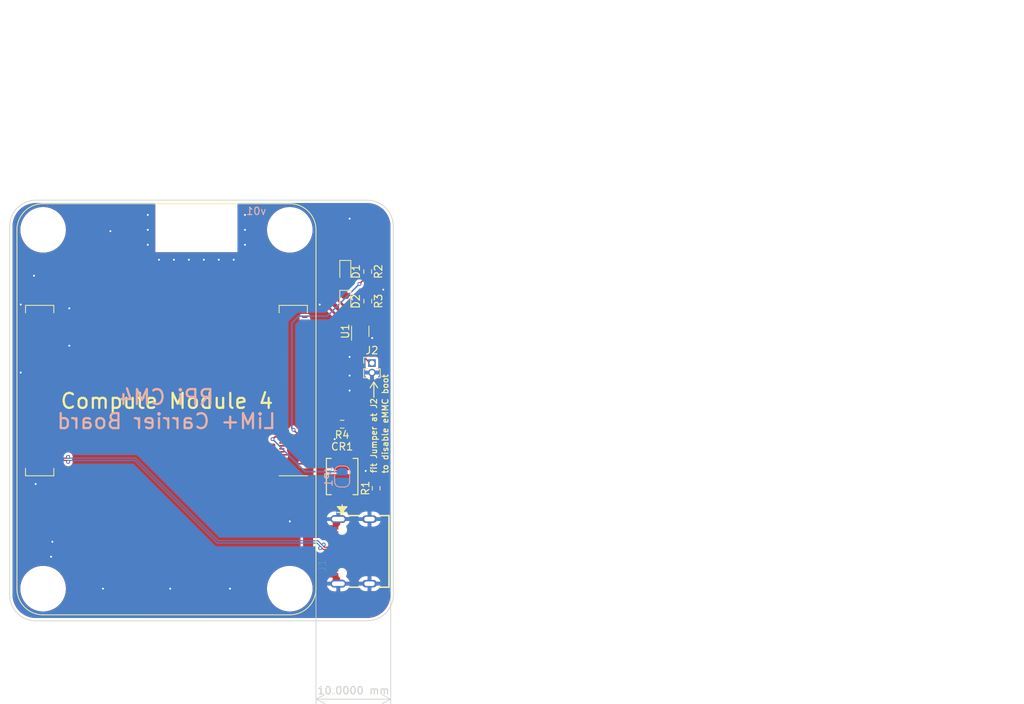
<source format=kicad_pcb>
(kicad_pcb (version 20210424) (generator pcbnew)
  (title_block (title "Raspberry Pi Compute Module 4 Carrier Template") (date "2021-06-03") (rev "v01") (comment 2 "creativecommons.org/licenses/by/4.0/") (comment 3 "License: CC BY-SA 4.0") (comment 4 "Author: Shawn Hymel") (comment 5 "Edited By: Anish Verma"))
  (layers (0 "F.Cu" signal) (31 "B.Cu" signal) (34 "B.Paste" user) (35 "F.Paste" user) (36 "B.SilkS" user "B.Silkscreen") (37 "F.SilkS" user "F.Silkscreen") (38 "B.Mask" user) (39 "F.Mask" user) (44 "Edge.Cuts" user))
  (net 0 "")
  (net 1 "GND")
  (net 2 "+5V")
  (net 3 "+3.3V")
  (net 4 "Net-(D1-Pad1)")
  (net 5 "Net-(D2-Pad1)")
  (net 6 "/EEPROM_nWP")
  (net 7 "/nLED_Activity")
  (net 8 "/GPIO7")
  (net 127 "/GPIO11")
  (net 129 "/GPIO8")
  (net 134 "/GPIO9")
  (net 135 "/GPIO10")
  (net 136 "/GPIO15")
  (net 137 "/GPIO14")
  (net 138 "/GPIO3")
  (net 139 "/GPIO2")
  (net 140 "/nRPIBOOT")
  (net 141 "/nPWR_LED")
  (net 142 "DN")
  (net 143 "DP")
  (net 144 "+1.8V")
  (net 145 "Net-(J1-PadA5)")
  (net 146 "Net-(R3-Pad2)")
  (net 147 "Net-(J1-PadB5)")
  (footprint "Fiducial:Fiducial_1mm_Mask2mm" (layer "F.Cu") (at 135.128 80.518)
    (fp_text reference "REF**" hide)
    (fp_text value "Fiducial_1mm_Mask2mm")
  )
  (footprint "Resistor_SMD:R_0603_1608Metric_Pad0.98x0.95mm_HandSolder" (layer "F.Cu") (at 170 108 180)
    (fp_text reference "R4")
    (fp_text value "5.1k")
  )
  (footprint "Fiducial:Fiducial_1mm_Mask2mm" (layer "F.Cu") (at 171.958 131.572)
    (fp_text reference "REF**" hide)
    (fp_text value "Fiducial_1mm_Mask2mm")
  )
  (footprint "footprints:SMBJ5.0A-TR" (layer "F.Cu") (at 170 115 90)
    (fp_text reference "CR1")
    (fp_text value "SMBJ5.0A-TR" hide)
  )
  (footprint "Package_TO_SOT_SMD:SOT-353_SC-70-5" (layer "F.Cu") (at 172.42375 95.57625 90)
    (fp_text reference "U1")
    (fp_text value "74LVC1G07SE-7")
  )
  (footprint "Resistor_SMD:R_0603_1608Metric_Pad0.98x0.95mm_HandSolder" (layer "F.Cu") (at 173.42375 87.57625 -90)
    (fp_text reference "R2")
    (fp_text value "1k")
  )
  (footprint "USB4105-GF-A:GCT_USB4105-GF-A" (layer "F.Cu") (at 173.665 125.0125 90)
    (fp_text reference "J1")
    (fp_text value "USB4105-GF-A")
  )
  (footprint "LED_SMD:LED_0603_1608Metric" (layer "F.Cu") (at 170.42375 91.57625 -90)
    (fp_text reference "D2")
    (fp_text value "LED Red")
  )
  (footprint "Resistor_SMD:R_0603_1608Metric_Pad0.98x0.95mm_HandSolder" (layer "F.Cu") (at 173.4312 91.5397 -90)
    (fp_text reference "R3")
    (fp_text value "1k")
  )
  (footprint "LED_SMD:LED_0603_1608Metric" (layer "F.Cu") (at 170.42375 87.57625 -90)
    (fp_text reference "D1")
    (fp_text value "LED Green")
  )
  (footprint "Resistor_SMD:R_0603_1608Metric_Pad0.98x0.95mm_HandSolder" (layer "F.Cu") (at 174.55 116.5625 90)
    (fp_text reference "R1")
    (fp_text value "5.1k")
  )
  (footprint "Connector_PinHeader_1.27mm:PinHeader_1x02_P1.27mm_Vertical" (layer "F.Cu") (at 173.99 99.822)
    (fp_text reference "J2")
    (fp_text value "Conn_01x02_Male")
  )
  (footprint "Fiducial:Fiducial_1mm_Mask2mm" (layer "F.Cu") (at 173 80.5)
    (fp_text reference "REF**" hide)
    (fp_text value "Fiducial_1mm_Mask2mm")
  )
  (footprint "CM4IO:Raspberry-Pi-4-Compute-Module" (layer "F.Cu") (at 163 82 180)
    (fp_text reference "Module1" hide)
    (fp_text value "ComputeModule4-CM4")
  )
  (footprint "Jumper:SolderJumper-2_P1.3mm_Open_RoundedPad1.0x1.5mm" (layer "B.Cu") (at 170 115 -90)
    (fp_text reference "JP1")
    (fp_text value "SolderJumper_2_Open")
  )
  (gr_line (start 174.244 104.394) (end 174.244 102.362) (layer "F.SilkS") (width 0.15))
  (gr_line (start 174.244 102.362) (end 173.736 103.124) (layer "F.SilkS") (width 0.15))
  (gr_line (start 174.244 102.362) (end 174.752 103.124) (layer "F.SilkS") (width 0.15))
  (gr_line (start 176.85 130.8) (end 176.85 81.534) (layer "Edge.Cuts") (width 0.1))
  (gr_line (start 125.524874 130.805126) (end 125.524874 81.534) (layer "Edge.Cuts") (width 0.1))
  (gr_arc (start 129.024874 81.534) (end 129.024874 78.034) (angle -90) (layer "Edge.Cuts") (width 0.1))
  (gr_line (start 173.35 134.3) (end 129.024874 134.305126) (layer "Edge.Cuts") (width 0.1))
  (gr_line (start 173.35 78.034) (end 129.024874 78.034) (layer "Edge.Cuts") (width 0.1))
  (gr_arc (start 129.024874 130.805126) (end 125.524874 130.805126) (angle -90) (layer "Edge.Cuts") (width 0.1))
  (gr_arc locked (start 173.35 130.8) (end 173.35 134.3) (angle -90) (layer "Edge.Cuts") (width 0.1))
  (gr_arc (start 173.35 81.534) (end 176.85 81.534) (angle -90) (layer "Edge.Cuts") (width 0.1))
  (gr_text "RPi CM4\nLiM+ Carrier Board" (at 146.5 106) (layer "B.SilkS") (effects (font (size 2 2) (thickness 0.3)) (justify mirror)))
  (gr_text "v01" (at 158.5 79.5) (layer "B.SilkS") (effects (font (size 1 1)) (justify mirror)))
  (gr_text "fit Jumper at J2 " (at 174.244 109.22 90) (layer "F.SilkS") (effects (font (size 0.8 0.8))))
  (gr_text "to disable eMMC boot" (at 175.768 107.95 90) (layer "F.SilkS") (effects (font (size 0.8 0.8))))
  (gr_text "Compute Module 4\n" (at 146.558 104.902) (layer "F.SilkS") (effects (font (size 2 2) (thickness 0.3))))
  (dimension (type orthogonal) (layer "Edge.Cuts") (pts (xy 166.5 130) (xy 176.5 130)) (height 14.78) (orientation 0) (gr_text "10.0000 mm" (at 171.5 143.63) (layer "Edge.Cuts") (effects (font (size 1 1) (thickness 0.15)))) (format (units 3) (units_format 1) (precision 4)) (style (thickness 0.1) (arrow_length 1.27) (text_position_mode 0) (extension_height 0.58642) (extension_offset 0.5) keep_text_aligned))
  (segment (start 131.08 107.3) (end 132.2 107.3) (width 0.2) (layer "F.Cu") (net 1))
  (segment (start 162.81088 105.3) (end 164.41088 106.9) (width 0.2) (layer "F.Cu") (net 1))
  (segment (start 127 103.4) (end 127 102.7) (width 0.2) (layer "F.Cu") (net 1))
  (segment (start 162.90912 102.9) (end 162.50912 103.3) (width 0.2) (layer "F.Cu") (net 1))
  (segment (start 161.92 101.7) (end 163.6 101.7) (width 0.2) (layer "F.Cu") (net 1))
  (segment (start 162.508631 107.300489) (end 161.920489 107.300489) (width 0.2) (layer "F.Cu") (net 1))
  (segment (start 163.1 98.9) (end 161.92 98.9) (width 0.2) (layer "F.Cu") (net 1))
  (segment (start 161.92 100.5) (end 162.4 100.5) (width 0.2) (layer "F.Cu") (net 1))
  (segment (start 164.41088 106.9) (end 165 106.9) (width 0.2) (layer "F.Cu") (net 1))
  (segment (start 162.81088 109.3) (end 163.40544 109.89456) (width 0.2) (layer "F.Cu") (net 1))
  (segment (start 128 108.5) (end 128.7868 108.5) (width 0.2) (layer "F.Cu") (net 1))
  (segment (start 173.07375 96.52625) (end 173.97375 96.52625) (width 0.2) (layer "F.Cu") (net 1))
  (segment (start 131.088911 110.9) (end 131.0894 110.900489) (width 0.2) (layer "F.Cu") (net 1))
  (segment (start 163.7 102.9) (end 165 102.9) (width 0.2) (layer "F.Cu") (net 1))
  (segment (start 128 98.9) (end 131.08 98.9) (width 0.2) (layer "F.Cu") (net 1))
  (segment (start 128 97.7) (end 131.08 97.7) (width 0.2) (layer "F.Cu") (net 1))
  (segment (start 161.920489 107.300489) (end 161.92 107.3) (width 0.2) (layer "F.Cu") (net 1))
  (segment (start 131.08 100.1) (end 132.1 100.1) (width 0.2) (layer "F.Cu") (net 1))
  (segment (start 164.10912 104.9) (end 165 104.9) (width 0.2) (layer "F.Cu") (net 1))
  (segment (start 173.97375 96.52625) (end 174.02375 96.47625) (width 0.2) (layer "F.Cu") (net 1))
  (segment (start 161.92 105.3) (end 162.81088 105.3) (width 0.2) (layer "F.Cu") (net 1))
  (segment (start 163.5 101.6) (end 163.5 102.7) (width 0.2) (layer "F.Cu") (net 1))
  (segment (start 162.50912 103.3) (end 164.10912 104.9) (width 0.2) (layer "F.Cu") (net 1))
  (segment (start 131.08 110.9) (end 132.2 110.9) (width 0.2) (layer "F.Cu") (net 1))
  (segment (start 169.72 120.68) (end 169.15 121.25) (width 0.8) (layer "F.Cu") (net 1))
  (segment (start 165 113.3) (end 164.41088 113.3) (width 0.2) (layer "F.Cu") (net 1))
  (segment (start 126.9 106.2) (end 127.060391 106.039609) (width 0.2) (layer "F.Cu") (net 1))
  (segment (start 131.08 109.7) (end 132.2 109.7) (width 0.2) (layer "F.Cu") (net 1))
  (segment (start 132.2 107.3) (end 132.2 108.5) (width 0.2) (layer "F.Cu") (net 1))
  (segment (start 129.4384 104.013) (end 129.4384 104.5464) (width 0.2) (layer "F.Cu") (net 1))
  (segment (start 173.99 101.092) (end 171.408 101.092) (width 0.2) (layer "F.Cu") (net 1))
  (segment (start 128 103.7) (end 129.1254 103.7) (width 0.2) (layer "F.Cu") (net 1))
  (segment (start 162.50912 105.3) (end 161.92 105.3) (width 0.2) (layer "F.Cu") (net 1))
  (segment (start 165 99.3) (end 165.58912 99.3) (width 0.2) (layer "F.Cu") (net 1))
  (segment (start 164.459197 108.9) (end 165 108.9) (width 0.2) (layer "F.Cu") (net 1))
  (segment (start 169.145 121.8) (end 169.15 121.795) (width 0.2) (layer "F.Cu") (net 1))
  (segment (start 132.1 100.1) (end 132.2 100.2) (width 0.2) (layer "F.Cu") (net 1))
  (segment (start 161.92 107.3) (end 162.859197 107.3) (width 0.2) (layer "F.Cu") (net 1))
  (segment (start 128 101.3) (end 127.208 101.3) (width 0.2) (layer "F.Cu") (net 1))
  (segment (start 131.080489 110.900489) (end 131.08 110.9) (width 0.2) (layer "F.Cu") (net 1))
  (segment (start 131.08 102.5) (end 132.1 102.5) (width 0.2) (layer "F.Cu") (net 1))
  (segment (start 131.080489 96.499511) (end 131.08 96.5) (width 0.2) (layer "F.Cu") (net 1))
  (segment (start 131.08 98.9) (end 132.2 98.9) (width 0.2) (layer "F.Cu") (net 1))
  (segment (start 165.649511 99.360391) (end 165.649511 100.439609) (width 0.2) (layer "F.Cu") (net 1))
  (segment (start 131.08 108.5) (end 132.2 108.5) (width 0.2) (layer "F.Cu") (net 1))
  (segment (start 170 111) (end 169 110) (width 0.2) (layer "F.Cu") (net 1))
  (segment (start 163.5 112.2) (end 163.5 109.98912) (width 0.2) (layer "F.Cu") (net 1))
  (segment (start 131.08 106.1) (end 132.2 106.1) (width 0.2) (layer "F.Cu") (net 1))
  (segment (start 163.5 112.38912) (end 163.5 112.2) (width 0.2) (layer "F.Cu") (net 1))
  (segment (start 128 95.3) (end 131.08 95.3) (width 0.2) (layer "F.Cu") (net 1))
  (segment (start 161.92 110.9) (end 165 110.9) (width 0.2) (layer "F.Cu") (net 1))
  (segment (start 165 102.9) (end 162.90912 102.9) (width 0.2) (layer "F.Cu") (net 1))
  (segment (start 165.58912 100.5) (end 165 100.5) (width 0.2) (layer "F.Cu") (net 1))
  (segment (start 131.08 101.3) (end 132.2 101.3) (width 0.2) (layer "F.Cu") (net 1))
  (segment (start 129.4384 104.5464) (end 129.0848 104.9) (width 0.2) (layer "F.Cu") (net 1))
  (segment (start 131.08 95.3) (end 132.2 95.3) (width 0.2) (layer "F.Cu") (net 1))
  (segment (start 132.2 98.9) (end 132.2 100.2) (width 0.2) (layer "F.Cu") (net 1))
  (segment (start 128 109.7) (end 131.08 109.7) (width 0.2) (layer "F.Cu") (net 1))
  (segment (start 164.7 92) (end 167 92) (width 0.2) (layer "F.Cu") (net 1))
  (segment (start 132.2 95.3) (end 132.2 96.5) (width 0.2) (layer "F.Cu") (net 1))
  (segment (start 131.08 97.7) (end 132.2 97.7) (width 0.2) (layer "F.Cu") (net 1))
  (segment (start 130.0268 106.1) (end 131.08 106.1) (width 0.2) (layer "F.Cu") (net 1))
  (segment (start 132.2 108.5) (end 132.2 109.7) (width 0.2) (layer "F.Cu") (net 1))
  (segment (start 165.649511 100.439609) (end 165.58912 100.5) (width 0.2) (layer "F.Cu") (net 1))
  (segment (start 164.41088 110.9) (end 165 110.9) (width 0.2) (layer "F.Cu") (net 1))
  (segment (start 165.58912 99.3) (end 165.649511 99.360391) (width 0.2) (layer "F.Cu") (net 1))
  (segment (start 132.2 94.1) (end 132.2 95.3) (width 0.2) (layer "F.Cu") (net 1))
  (segment (start 161.92 94.1) (end 162.6 94.1) (width 0.2) (layer "F.Cu") (net 1))
  (segment (start 173.15 114.25) (end 174.55 115.65) (width 0.2) (layer "F.Cu") (net 1))
  (segment (start 131.08 94.1) (end 132.2 94.1) (width 0.2) (layer "F.Cu") (net 1))
  (segment (start 165 104.9) (end 162.90912 104.9) (width 0.2) (layer "F.Cu") (net 1))
  (segment (start 165 99.3) (end 163.5 99.3) (width 0.2) (layer "F.Cu") (net 1))
  (segment (start 128 110.9) (end 131.088911 110.9) (width 0.2) (layer "F.Cu") (net 1))
  (segment (start 163.5 102.7) (end 163.7 102.9) (width 0.2) (layer "F.Cu") (net 1))
  (segment (start 132.2 109.7) (end 132.2 110.9) (width 0.2) (layer "F.Cu") (net 1))
  (segment (start 171.408 101.092) (end 171 101.5) (width 0.2) (layer "F.Cu") (net 1))
  (segment (start 161.92 113.3) (end 163.5 113.3) (width 0.2) (layer "F.Cu") (net 1))
  (segment (start 131.241311 96.5) (end 131.2418 96.499511) (width 0.2) (layer "F.Cu") (net 1))
  (segment (start 126.9 107.2) (end 126.9 106.2) (width 0.2) (layer "F.Cu") (net 1))
  (segment (start 131.08 96.5) (end 132.2 96.5) (width 0.2) (layer "F.Cu") (net 1))
  (segment (start 132.2 97.7) (end 132.2 98.9) (width 0.2) (layer "F.Cu") (net 1))
  (segment (start 163.5 109.98912) (end 162.946489 109.435609) (width 0.2) (layer "F.Cu") (net 1))
  (segment (start 163.5 113.3) (end 165 113.3) (width 0.2) (layer "F.Cu") (net 1))
  (segment (start 162.859197 107.3) (end 164.459197 108.9) (width 0.2) (layer "F.Cu") (net 1))
  (segment (start 127.060391 106.039609) (end 127.350489 106.039609) (width 0.2) (layer "F.Cu") (net 1))
  (segment (start 169.145 128.745) (end 169.72 129.32) (width 0.8) (layer "F.Cu") (net 1))
  (segment (start 128 112.1) (end 131.08 112.1) (width 0.2) (layer "F.Cu") (net 1))
  (segment (start 132.1 102.5) (end 132.2 102.6) (width 0.2) (layer "F.Cu") (net 1))
  (segment (start 127.350489 106.039609) (end 127.41088 106.1) (width 0.2) (layer "F.Cu") (net 1))
  (segment (start 163.40544 109.89456) (end 164.41088 110.9) (width 0.2) (layer "F.Cu") (net 1))
  (segment (start 131.0894 110.900489) (end 131.080489 110.900489) (width 0.2) (layer "F.Cu") (net 1))
  (segment (start 131.2418 96.499511) (end 131.080489 96.499511) (width 0.2) (layer "F.Cu") (net 1))
  (segment (start 162.4 100.5) (end 163.5 101.6) (width 0.2) (layer "F.Cu") (net 1))
  (segment (start 169.15 121.25) (end 169.15 121.5) (width 0.8) (layer "F.Cu") (net 1))
  (segment (start 169.15 121.795) (end 169.15 121.5) (width 0.2) (layer "F.Cu") (net 1))
  (segment (start 170 113.0061) (end 170 111) (width 0.2) (layer "F.Cu") (net 1))
  (segment (start 128.8268 104.9) (end 130.0268 106.1) (width 0.2) (layer "F.Cu") (net 1))
  (segment (start 162.90912 104.9) (end 162.50912 105.3) (width 0.2) (layer "F.Cu") (net 1))
  (segment (start 127.41088 106.1) (end 128 106.1) (width 0.2) (layer "F.Cu") (net 1))
  (segment (start 163.6 101.7) (end 165 101.7) (width 0.2) (layer "F.Cu") (net 1))
  (segment (start 127.3 103.7) (end 127 103.4) (width 0.2) (layer "F.Cu") (net 1))
  (segment (start 128 102.5) (end 131.08 102.5) (width 0.2) (layer "F.Cu") (net 1))
  (segment (start 161.92 103.3) (end 162.50912 103.3) (width 0.2) (layer "F.Cu") (net 1))
  (segment (start 132.2 102.6) (end 132.2 106.1) (width 0.2) (layer "F.Cu") (net 1))
  (segment (start 127 107.3) (end 126.9 107.2) (width 0.2) (layer "F.Cu") (net 1))
  (segment (start 132.2 96.5) (end 132.2 97.7) (width 0.2) (layer "F.Cu") (net 1))
  (segment (start 132.2 106.1) (end 132.2 107.3) (width 0.2) (layer "F.Cu") (net 1))
  (segment (start 128 106.1) (end 131.08 106.1) (width 0.2) (layer "F.Cu") (net 1))
  (segment (start 129.0848 104.9) (end 128 104.9) (width 0.2) (layer "F.Cu") (net 1))
  (segment (start 163.5 113.3) (end 163.5 112.2) (width 0.2) (layer "F.Cu") (net 1))
  (segment (start 128 100.1) (end 131.08 100.1) (width 0.2) (layer "F.Cu") (net 1))
  (segment (start 132.2 100.2) (end 132.2 101.3) (width 0.2) (layer "F.Cu") (net 1))
  (segment (start 161.92 100.5) (end 165 100.5) (width 0.2) (layer "F.Cu") (net 1))
  (segment (start 128 94.1) (end 131.08 94.1) (width 0.2) (layer "F.Cu") (net 1))
  (segment (start 132.2 110.9) (end 132.2 111.9) (width 0.2) (layer "F.Cu") (net 1))
  (segment (start 127.208 101.3) (end 127 101.092) (width 0.2) (layer "F.Cu") (net 1))
  (segment (start 132.2 101.3) (end 132.2 102.6) (width 0.2) (layer "F.Cu") (net 1))
  (segment (start 128.7868 108.5) (end 129.9868 107.3) (width 0.2) (layer "F.Cu") (net 1))
  (segment (start 169.145 128.495) (end 169.145 128.745) (width 0.8) (layer "F.Cu") (net 1))
  (segment (start 132 112.1) (end 131.08 112.1) (width 0.2) (layer "F.Cu") (net 1))
  (segment (start 128 104.9) (end 128.8268 104.9) (width 0.2) (layer "F.Cu") (net 1))
  (segment (start 129.9868 107.3) (end 131.08 107.3) (width 0.2) (layer "F.Cu") (net 1))
  (segment (start 127 102.7) (end 127.2 102.5) (width 0.2) (layer "F.Cu") (net 1))
  (segment (start 127.2 102.5) (end 128 102.5) (width 0.2) (layer "F.Cu") (net 1))
  (segment (start 129.1254 103.7) (end 129.4384 104.013) (width 0.2) (layer "F.Cu") (net 1))
  (segment (start 161.92 109.3) (end 162.81088 109.3) (width 0.2) (layer "F.Cu") (net 1))
  (segment (start 132.2 111.9) (end 132 112.1) (width 0.2) (layer "F.Cu") (net 1))
  (segment (start 128 103.7) (end 127.3 103.7) (width 0.2) (layer "F.Cu") (net 1))
  (segment (start 131.08 108.5) (end 128 108.5) (width 0.2) (layer "F.Cu") (net 1))
  (segment (start 128 96.5) (end 131.241311 96.5) (width 0.2) (layer "F.Cu") (net 1))
  (segment (start 163.5 99.3) (end 163.1 98.9) (width 0.2) (layer "F.Cu") (net 1))
  (segment (start 162.6 94.1) (end 164.7 92) (width 0.2) (layer "F.Cu") (net 1))
  (segment (start 161.92 112.1) (end 165 112.1) (width 0.2) (layer "F.Cu") (net 1))
  (segment (start 128 101.3) (end 131.08 101.3) (width 0.2) (layer "F.Cu") (net 1))
  (segment (start 163.5 101.6) (end 163.6 101.7) (width 0.2) (layer "F.Cu") (net 1))
  (segment (start 128 107.3) (end 127 107.3) (width 0.2) (layer "F.Cu") (net 1))
  (segment (start 163.5 109.98912) (end 163.40544 109.89456) (width 0.2) (layer "F.Cu") (net 1))
  (via (at 155 130) (size 0.508) (drill 0.254) (layers "F.Cu" "B.Cu") (net 1))
  (via (at 171 103.5) (size 0.508) (drill 0.254) (layers "F.Cu" "B.Cu") (net 1))
  (via (at 127 92) (size 0.508) (drill 0.254) (layers "F.Cu" "B.Cu") (net 1))
  (via (at 171 80.5) (size 0.508) (drill 0.254) (layers "F.Cu" "B.Cu") (net 1))
  (via (at 144 82) (size 0.508) (drill 0.254) (layers "F.Cu" "B.Cu") (net 1))
  (via (at 145.5 86) (size 0.508) (drill 0.254) (layers "F.Cu" "B.Cu") (net 1))
  (via (at 128.778 88.138) (size 0.508) (drill 0.254) (layers "F.Cu" "B.Cu") (net 1))
  (via (at 157 82) (size 0.508) (drill 0.254) (layers "F.Cu" "B.Cu") (net 1))
  (via (at 131.064 125.73) (size 0.508) (drill 0.254) (layers "F.Cu" "B.Cu") (net 1))
  (via (at 171 101.5) (size 0.508) (drill 0.254) (layers "F.Cu" "B.Cu") (net 1))
  (via (at 139 82.175) (size 0.508) (drill 0.254) (layers "F.Cu" "B.Cu") (net 1))
  (via (at 144 84) (size 0.508) (drill 0.254) (layers "F.Cu" "B.Cu") (net 1))
  (via (at 155.5 86) (size 0.508) (drill 0.254) (layers "F.Cu" "B.Cu") (net 1))
  (via (at 133.5 92.5) (size 0.508) (drill 0.254) (layers "F.Cu" "B.Cu") (net 1))
  (via (at 144 80) (size 0.508) (drill 0.254) (layers "F.Cu" "B.Cu") (net 1))
  (via (at 133.5 97.5) (size 0.508) (drill 0.254) (layers "F.Cu" "B.Cu") (net 1))
  (via (at 173.15 114.25) (size 0.508) (drill 0.254) (layers "F.Cu" "B.Cu") (net 1))
  (via (at 157 84) (size 0.508) (drill 0.254) (layers "F.Cu" "B.Cu") (net 1))
  (via (at 147 130) (size 0.508) (drill 0.254) (layers "F.Cu" "B.Cu") (net 1))
  (via (at 129 116) (size 0.508) (drill 0.254) (layers "F.Cu" "B.Cu") (net 1))
  (via (at 138 130) (size 0.508) (drill 0.254) (layers "F.Cu" "B.Cu") (net 1))
  (via (at 153.5 86) (size 0.508) (drill 0.254) (layers "F.Cu" "B.Cu") (net 1))
  (via (at 175.5 90) (size 0.508) (drill 0.254) (layers "F.Cu" "B.Cu") (net 1))
  (via (at 157 80) (size 0.508) (drill 0.254) (layers "F.Cu" "B.Cu") (net 1))
  (via (at 131.238 123.73) (size 0.508) (drill 0.254) (layers "F.Cu" "B.Cu") (net 1))
  (via (at 147.5 86) (size 0.508) (drill 0.254) (layers "F.Cu" "B.Cu") (net 1))
  (via (at 151.5 86) (size 0.508) (drill 0.254) (layers "F.Cu" "B.Cu") (net 1))
  (via (at 163 121) (size 0.508) (drill 0.254) (layers "F.Cu" "B.Cu") (net 1))
  (via (at 167 92) (size 0.508) (drill 0.254) (layers "F.Cu" "B.Cu") (net 1))
  (via (at 149.5 86) (size 0.508) (drill 0.254) (layers "F.Cu" "B.Cu") (net 1))
  (via (at 169 110) (size 0.508) (drill 0.254) (layers "F.Cu" "B.Cu") (net 1))
  (via (at 174.02375 96.47625) (size 0.508) (drill 0.254) (layers "F.Cu" "B.Cu") (net 1))
  (via (at 127 101.092) (size 0.508) (drill 0.254) (layers "F.Cu" "B.Cu") (net 1))
  (via (at 171 99) (size 0.508) (drill 0.254) (layers "F.Cu" "B.Cu") (net 1))
  (segment (start 170 115.65) (end 173.665 119.315) (width 0.2) (layer "B.Cu") (net 1))
  (segment (start 173.665 119.315) (end 173.665 120.6925) (width 0.2) (layer "B.Cu") (net 1))
  (segment (start 169 110) (end 171 108) (width 0.2) (layer "B.Cu") (net 1))
  (segment (start 171 108) (end 171 103.5) (width 0.2) (layer "B.Cu") (net 1))
  (segment (start 170 115.65) (end 171.75 115.65) (width 0.2) (layer "B.Cu") (net 1))
  (segment (start 171.75 115.65) (end 173.15 114.25) (width 0.2) (layer "B.Cu") (net 1))
  (segment (start 165 96.5) (end 166 96.5) (width 0.2) (layer "F.Cu") (net 2))
  (segment (start 170 116.9939) (end 168.6061 116.9939) (width 1.35) (layer "F.Cu") (net 2))
  (segment (start 165 97.3) (end 166 97.3) (width 0.2) (layer "F.Cu") (net 2))
  (segment (start 165.85 122.55) (end 165.45 122.95) (width 1.35) (layer "F.Cu") (net 2))
  (segment (start 166 97.7) (end 166.4 98.1) (width 0.2) (layer "F.Cu") (net 2))
  (segment (start 169.145 122.6) (end 167.25 122.6) (width 0.6) (layer "F.Cu") (net 2))
  (segment (start 166.4 96.9) (end 166.4 96.1) (width 1.35) (layer "F.Cu") (net 2))
  (segment (start 165 97.7) (end 166 97.7) (width 0.2) (layer "F.Cu") (net 2))
  (segment (start 167.2 122.55) (end 165.85 122.55) (width 1.35) (layer "F.Cu") (net 2))
  (segment (start 166.4 98.1) (end 166.4 96.9) (width 1.35) (layer "F.Cu") (net 2))
  (segment (start 167.25 122.6) (end 167.2 122.55) (width 0.6) (layer "F.Cu") (net 2))
  (segment (start 165 96.1) (end 166.4 96.1) (width 0.2) (layer "F.Cu") (net 2))
  (segment (start 165.45 122.95) (end 165.45 126) (width 1.35) (layer "F.Cu") (net 2))
  (segment (start 168.6061 116.9939) (end 167.5061 116.9939) (width 1.35) (layer "F.Cu") (net 2))
  (segment (start 167.2 119.7939) (end 167.2 122.55) (width 1.35) (layer "F.Cu") (net 2))
  (segment (start 168.05 127.4) (end 167.2 126.55) (width 0.6) (layer "F.Cu") (net 2))
  (segment (start 166 126.55) (end 167.2 126.55) (width 1.35) (layer "F.Cu") (net 2))
  (segment (start 166 97.3) (end 166.4 96.9) (width 0.2) (layer "F.Cu") (net 2))
  (segment (start 167.5061 116.9939) (end 167.2 117.3) (width 1.35) (layer "F.Cu") (net 2))
  (segment (start 169.145 127.4) (end 168.05 127.4) (width 0.6) (layer "F.Cu") (net 2))
  (segment (start 167.2 119.7939) (end 167.2061 119.7939) (width 0.2) (layer "F.Cu") (net 2))
  (segment (start 165 96.9) (end 166.4 96.9) (width 0.2) (layer "F.Cu") (net 2))
  (segment (start 166 96.5) (end 166.4 96.1) (width 0.2) (layer "F.Cu") (net 2))
  (segment (start 165 98.1) (end 166.4 98.1) (width 0.2) (layer "F.Cu") (net 2))
  (segment (start 167.2 117.3) (end 167.2 98.9) (width 1.35) (layer "F.Cu") (net 2))
  (segment (start 167.2 98.9) (end 166.4 98.1) (width 1.35) (layer "F.Cu") (net 2))
  (segment (start 167.2 119.7939) (end 167.2 117.3) (width 1.35) (layer "F.Cu") (net 2))
  (segment (start 165.45 126) (end 166 126.55) (width 1.35) (layer "F.Cu") (net 2))
  (segment (start 167.54 91.72) (end 167.54 91.11) (width 0.3) (layer "F.Cu") (net 3))
  (segment (start 160.5 96.5) (end 160.5 92.02) (width 0.3) (layer "F.Cu") (net 3))
  (segment (start 170.42375 92.36375) (end 171.72375 93.66375) (width 0.3) (layer "F.Cu") (net 3))
  (segment (start 170.44625 94.62625) (end 167.54 91.72) (width 0.3) (layer "F.Cu") (net 3))
  (segment (start 160.8 98.1) (end 160.5 97.8) (width 0.2) (layer "F.Cu") (net 3))
  (segment (start 171.77375 94.62625) (end 170.44625 94.62625) (width 0.3) (layer "F.Cu") (net 3))
  (segment (start 171.77375 93.71375) (end 171.77375 94.62625) (width 0.3) (layer "F.Cu") (net 3))
  (segment (start 160.5 97.8) (end 160.5 96.8) (width 0.3) (layer "F.Cu") (net 3))
  (segment (start 160.6 96.9) (end 160.5 96.8) (width 0.2) (layer "F.Cu") (net 3))
  (segment (start 161.92 98.1) (end 160.8 98.1) (width 0.2) (layer "F.Cu") (net 3))
  (segment (start 161.92 96.9) (end 160.6 96.9) (width 0.2) (layer "F.Cu") (net 3))
  (segment (start 169.42375 91.36375) (end 170.42375 92.36375) (width 0.3) (layer "F.Cu") (net 3))
  (segment (start 167.24 90.81) (end 161.71 90.81) (width 0.3) (layer "F.Cu") (net 3))
  (segment (start 161.71 90.81) (end 160.5 92.02) (width 0.3) (layer "F.Cu") (net 3))
  (segment (start 170.42375 88.36375) (end 169.42375 89.36375) (width 0.3) (layer "F.Cu") (net 3))
  (segment (start 167.54 91.11) (end 167.24 90.81) (width 0.3) (layer "F.Cu") (net 3))
  (segment (start 169.42375 89.36375) (end 169.42375 91.36375) (width 0.3) (layer "F.Cu") (net 3))
  (segment (start 161.92 96.5) (end 160.5 96.5) (width 0.2) (layer "F.Cu") (net 3))
  (segment (start 160.5 96.8) (end 160.5 96.5) (width 0.3) (layer "F.Cu") (net 3))
  (segment (start 170.42375 86.78875) (end 173.29875 86.78875) (width 0.2) (layer "F.Cu") (net 4))
  (segment (start 173.29875 86.78875) (end 173.42375 86.66375) (width 0.2) (layer "F.Cu") (net 4))
  (segment (start 170.42375 90.78875) (end 173.29875 90.78875) (width 0.2) (layer "F.Cu") (net 5))
  (segment (start 173.29875 90.78875) (end 173.42375 90.66375) (width 0.2) (layer "F.Cu") (net 5))
  (segment (start 161 109.7) (end 160.7 110) (width 0.2) (layer "F.Cu") (net 6))
  (segment (start 161.3 109.7) (end 161 109.7) (width 0.2) (layer "F.Cu") (net 6))
  (segment (start 161.92 109.7) (end 161.3 109.7) (width 0.2) (layer "F.Cu") (net 6))
  (via (at 160.7 110) (size 0.508) (drill 0.254) (layers "F.Cu" "B.Cu") (net 6))
  (segment (start 160.7 110) (end 165.05 114.35) (width 0.2) (layer "B.Cu") (net 6))
  (segment (start 165.05 114.35) (end 170 114.35) (width 0.2) (layer "B.Cu") (net 6))
  (segment (start 163.5 108.76) (end 164.04 109.3) (width 0.2) (layer "F.Cu") (net 7))
  (segment (start 173.42375 88.48875) (end 173.06125 88.48875) (width 0.2) (layer "F.Cu") (net 7))
  (segment (start 173.43625 88.47625) (end 173.42375 88.48875) (width 0.2) (layer "F.Cu") (net 7))
  (segment (start 173.06125 88.48875) (end 172.31 89.24) (width 0.2) (layer "F.Cu") (net 7))
  (segment (start 164.04 109.3) (end 165 109.3) (width 0.2) (layer "F.Cu") (net 7))
  (via (at 172.31 89.24) (size 0.508) (drill 0.254) (layers "F.Cu" "B.Cu") (net 7))
  (via (at 163.5 108.76) (size 0.508) (drill 0.254) (layers "F.Cu" "B.Cu") (net 7))
  (segment (start 168.01 93.54) (end 164.2 93.54) (width 0.2) (layer "B.Cu") (net 7))
  (segment (start 163.27 96.84) (end 163.27 108.53) (width 0.2) (layer "B.Cu") (net 7))
  (segment (start 163.27 108.53) (end 163.5 108.76) (width 0.2) (layer "B.Cu") (net 7))
  (segment (start 163.27 94.47) (end 163.27 96.84) (width 0.2) (layer "B.Cu") (net 7))
  (segment (start 172.31 89.24) (end 168.01 93.54) (width 0.2) (layer "B.Cu") (net 7))
  (segment (start 164.2 93.54) (end 163.27 94.47) (width 0.2) (layer "B.Cu") (net 7))
  (segment (start 167.894 95.504) (end 167.894 96.012) (width 0.2) (layer "F.Cu") (net 140))
  (segment (start 167.894 96.012) (end 170.328489 98.446489) (width 0.2) (layer "F.Cu") (net 140))
  (segment (start 167.29 94.9) (end 167.894 95.504) (width 0.2) (layer "F.Cu") (net 140))
  (segment (start 165 94.9) (end 167.29 94.9) (width 0.2) (layer "F.Cu") (net 140))
  (segment (start 172.360489 98.446489) (end 173.736 99.822) (width 0.2) (layer "F.Cu") (net 140))
  (segment (start 173.736 99.822) (end 173.99 99.822) (width 0.2) (layer "F.Cu") (net 140))
  (segment (start 170.328489 98.446489) (end 172.360489 98.446489) (width 0.2) (layer "F.Cu") (net 140))
  (segment (start 172.42375 97.05125) (end 172.075 97.4) (width 0.2) (layer "F.Cu") (net 141))
  (segment (start 165.58912 94.5) (end 165 94.5) (width 0.2) (layer "F.Cu") (net 141))
  (segment (start 172.42375 96.52625) (end 172.42375 96.82553) (width 0.2) (layer "F.Cu") (net 141))
  (segment (start 170.14 97.4) (end 168.7 95.96) (width 0.2) (layer "F.Cu") (net 141))
  (segment (start 168.7 95.96) (end 168.7 95.3) (width 0.2) (layer "F.Cu") (net 141))
  (segment (start 172.42375 96.52625) (end 172.42375 97.05125) (width 0.2) (layer "F.Cu") (net 141))
  (segment (start 165.649511 94.439609) (end 165.58912 94.5) (width 0.2) (layer "F.Cu") (net 141))
  (segment (start 167.839609 94.439609) (end 165.649511 94.439609) (width 0.2) (layer "F.Cu") (net 141))
  (segment (start 172.075 97.4) (end 170.14 97.4) (width 0.2) (layer "F.Cu") (net 141))
  (segment (start 168.7 95.3) (end 167.839609 94.439609) (width 0.2) (layer "F.Cu") (net 141))
  (segment (start 168.2375 124.7625) (end 167.85 125.15) (width 0.1524) (layer "F.Cu") (net 142))
  (segment (start 168.0625 125.7625) (end 168.91 125.7625) (width 0.1524) (layer "F.Cu") (net 142))
  (segment (start 131.605001 112.9) (end 131.652601 112.8524) (width 0.1524) (layer "F.Cu") (net 142))
  (segment (start 167.28624 124.583487) (end 167.066513 124.583487) (width 0.1524) (layer "F.Cu") (net 142))
  (segment (start 131.652601 112.8524) (end 133.172201 112.852401) (width 0.1524) (layer "F.Cu") (net 142))
  (segment (start 168.91 124.7625) (end 167.496973 124.7625) (width 0.1524) (layer "F.Cu") (net 142))
  (segment (start 167.85 125.15) (end 167.85 125.55) (width 0.1524) (layer "F.Cu") (net 142))
  (segment (start 167.333567 124.599094) (end 167.301847 124.599094) (width 0.1524) (layer "F.Cu") (net 142))
  (segment (start 167.496973 124.7625) (end 167.333567 124.599094) (width 0.1524) (layer "F.Cu") (net 142))
  (segment (start 167.85 125.55) (end 168.0625 125.7625) (width 0.1524) (layer "F.Cu") (net 142))
  (segment (start 133.172201 112.852401) (end 133.35 113.0302) (width 0.1524) (layer "F.Cu") (net 142))
  (segment (start 131.08 112.9) (end 131.605001 112.9) (width 0.1524) (layer "F.Cu") (net 142))
  (segment (start 167.301847 124.599094) (end 167.28624 124.583487) (width 0.1524) (layer "F.Cu") (net 142))
  (segment (start 168.91 124.7625) (end 168.2375 124.7625) (width 0.1524) (layer "F.Cu") (net 142))
  (via (at 167.066513 124.583487) (size 0.508) (drill 0.254) (layers "F.Cu" "B.Cu") (net 142))
  (via (at 133.35 113.0302) (size 0.508) (drill 0.254) (layers "F.Cu" "B.Cu") (net 142))
  (via (at 133.35 113.0302) (size 0.508) (drill 0.254) (layers "F.Cu" "B.Cu") (net 142))
  (via (at 167.066513 124.583487) (size 0.508) (drill 0.254) (layers "F.Cu" "B.Cu") (net 142))
  (segment (start 166.636873 123.9024) (end 153.286872 123.9024) (width 0.1524) (layer "B.Cu") (net 142))
  (segment (start 167.066513 124.33204) (end 166.636873 123.9024) (width 0.1524) (layer "B.Cu") (net 142))
  (segment (start 142.236873 112.852401) (end 133.527799 112.852401) (width 0.1524) (layer "B.Cu") (net 142))
  (segment (start 167.066513 124.583487) (end 167.066513 124.33204) (width 0.1524) (layer "B.Cu") (net 142))
  (segment (start 153.286872 123.9024) (end 142.236873 112.852401) (width 0.1524) (layer "B.Cu") (net 142))
  (segment (start 133.527799 112.852401) (end 133.35 113.0302) (width 0.1524) (layer "B.Cu") (net 142))
  (segment (start 133.172201 112.547599) (end 133.35 112.3698) (width 0.1524) (layer "F.Cu") (net 143))
  (segment (start 168.0792 124.4577) (end 167.623227 124.4577) (width 0.1524) (layer "F.Cu") (net 143))
  (segment (start 131.08 112.5) (end 131.605001 112.5) (width 0.1524) (layer "F.Cu") (net 143))
  (segment (start 169.6315 125.2625) (end 169.926 124.968) (width 0.1524) (layer "F.Cu") (net 143))
  (segment (start 169.926 124.968) (end 169.926 124.46) (width 0.1524) (layer "F.Cu") (net 143))
  (segment (start 169.7285 124.2625) (end 168.91 124.2625) (width 0.1524) (layer "F.Cu") (net 143))
  (segment (start 131.605001 112.5) (end 131.652601 112.5476) (width 0.1524) (layer "F.Cu") (net 143))
  (segment (start 167.533487 124.36796) (end 167.533487 124.116513) (width 0.1524) (layer "F.Cu") (net 143))
  (segment (start 168.152511 124.384389) (end 168.0792 124.4577) (width 0.1524) (layer "F.Cu") (net 143))
  (segment (start 168.788111 124.384389) (end 168.152511 124.384389) (width 0.1524) (layer "F.Cu") (net 143))
  (segment (start 168.91 125.2625) (end 169.6315 125.2625) (width 0.1524) (layer "F.Cu") (net 143))
  (segment (start 169.926 124.46) (end 169.7285 124.2625) (width 0.1524) (layer "F.Cu") (net 143))
  (segment (start 131.652601 112.5476) (end 133.172201 112.547599) (width 0.1524) (layer "F.Cu") (net 143))
  (segment (start 167.623227 124.4577) (end 167.533487 124.36796) (width 0.1524) (layer "F.Cu") (net 143))
  (segment (start 168.91 124.2625) (end 168.788111 124.384389) (width 0.1524) (layer "F.Cu") (net 143))
  (via (at 133.35 112.3698) (size 0.508) (drill 0.254) (layers "F.Cu" "B.Cu") (net 143))
  (via (at 133.35 112.3698) (size 0.508) (drill 0.254) (layers "F.Cu" "B.Cu") (net 143))
  (via (at 167.533487 124.116513) (size 0.508) (drill 0.254) (layers "F.Cu" "B.Cu") (net 143))
  (via (at 167.533487 124.116513) (size 0.508) (drill 0.254) (layers "F.Cu" "B.Cu") (net 143))
  (segment (start 166.763127 123.5976) (end 153.413128 123.5976) (width 0.1524) (layer "B.Cu") (net 143))
  (segment (start 167.28204 124.116513) (end 166.763127 123.5976) (width 0.1524) (layer "B.Cu") (net 143))
  (segment (start 167.533487 124.116513) (end 167.28204 124.116513) (width 0.1524) (layer "B.Cu") (net 143))
  (segment (start 142.363127 112.547599) (end 133.527799 112.547599) (width 0.1524) (layer "B.Cu") (net 143))
  (segment (start 153.413128 123.5976) (end 142.363127 112.547599) (width 0.1524) (layer "B.Cu") (net 143))
  (segment (start 133.527799 112.547599) (end 133.35 112.3698) (width 0.1524) (layer "B.Cu") (net 143))
  (segment (start 161.92 96.1) (end 161.92 95.7) (width 0.2) (layer "F.Cu") (net 144))
  (segment (start 168.91 126.2625) (end 170.8875 126.2625) (width 0.2) (layer "F.Cu") (net 145))
  (segment (start 174.55 118.8) (end 174.55 117.475) (width 0.2) (layer "F.Cu") (net 145))
  (segment (start 175.6 119.85) (end 175.6 121.7) (width 0.2) (layer "F.Cu") (net 145))
  (segment (start 175.6 121.7) (end 171.475 125.825) (width 0.2) (layer "F.Cu") (net 145))
  (segment (start 171.475 125.825) (end 171.325 125.825) (width 0.2) (layer "F.Cu") (net 145))
  (segment (start 170.8875 126.2625) (end 171.325 125.825) (width 0.2) (layer "F.Cu") (net 145))
  (segment (start 175.6 119.8) (end 175.6 119.85) (width 0.2) (layer "F.Cu") (net 145))
  (segment (start 175.6 119.85) (end 174.55 118.8) (width 0.2) (layer "F.Cu") (net 145))
  (segment (start 173.07375 93.82625) (end 173.42375 93.47625) (width 0.2) (layer "F.Cu") (net 146))
  (segment (start 173.07375 94.62625) (end 173.07375 93.82625) (width 0.2) (layer "F.Cu") (net 146))
  (segment (start 173.42375 93.47625) (end 173.42375 92.48875) (width 0.2) (layer "F.Cu") (net 146))
  (segment (start 172 121.255002) (end 172 109.0875) (width 0.2) (layer "F.Cu") (net 147))
  (segment (start 169.145 123.25) (end 170.005002 123.25) (width 0.2) (layer "F.Cu") (net 147))
  (segment (start 170.005002 123.25) (end 172 121.255002) (width 0.2) (layer "F.Cu") (net 147))
  (segment (start 172 109.0875) (end 170.9125 108) (width 0.2) (layer "F.Cu") (net 147))
  (zone (net 0) (net_name "") (layers F&B.Cu) (name "Wireless Keepout") (connect_pads (clearance 0)) (min_thickness 0.254)
    (keepout (tracks not_allowed) (vias not_allowed) (pads not_allowed) (copperpour not_allowed) (footprints not_allowed))
    (fill (thermal_gap 0.508) (thermal_bridge_width 0.508))
    (polygon (pts (xy 156 85) (xy 145 85) (xy 145 78.5) (xy 156 78.5)))
  )
  (zone (net 1) (net_name "GND") (layer "F.Cu") (connect_pads (clearance 0.35)) (min_thickness 0.35) (fill yes (thermal_gap 0.508) (thermal_bridge_width 0.508))
    (polygon (pts (xy 177.7492 135.6868) (xy 124.5108 135.6868) (xy 124.5108 77.47) (xy 177.7492 77.47)))
  )
  (zone (net 1) (net_name "GND") (layer "B.Cu") (connect_pads (clearance 0.35)) (min_thickness 0.35) (fill yes (thermal_gap 0.508) (thermal_bridge_width 0.508))
    (polygon (pts (xy 177.8 135.89) (xy 124.46 135.89) (xy 124.46 77.47) (xy 177.8 77.47)))
  )
)
</source>
